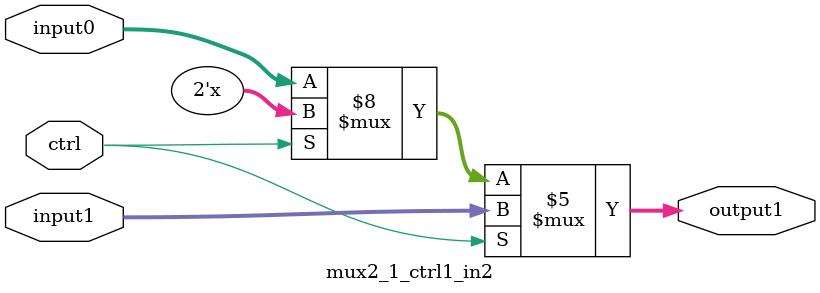
<source format=v>

`timescale 1ns / 1ns

module mux2_1_ctrl1_in2(output1, input0, input1, ctrl);

//-------------Input Ports-----------------------------
input wire ctrl;		
input wire [1:0] input0;	//input at 0
input wire [1:0] input1;	//unput at 1

//-------------Output Ports----------------------------

output reg [1:0] output1; 	

//------------------Instructions-----------------------
always @*
	begin
		if (ctrl == 1'b0)
			output1 = input0;
		if (ctrl == 1'b1)
			output1 = input1;
	end
endmodule
</source>
